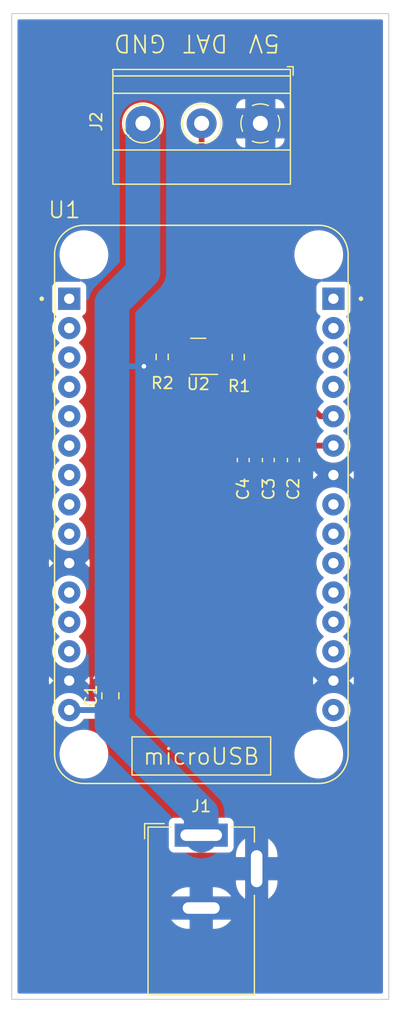
<source format=kicad_pcb>
(kicad_pcb (version 20211014) (generator pcbnew)
  (layers (0 "F.Cu" signal) (31 "B.Cu" signal) (34 "B.Paste" user) (35 "F.Paste" user) (36 "B.SilkS" user "B.Silkscreen") (37 "F.SilkS" user "F.Silkscreen") (38 "B.Mask" user) (39 "F.Mask" user) (44 "Edge.Cuts" user))
  (net 0 "")
  (net 1 "+5V")
  (net 2 "/LED_OUT_5V")
  (net 3 "GND")
  (net 4 "/LED_OUT_3.3V")
  (net 5 "+3.3V")
  (footprint "Capacitor_SMD:C_0603_1608Metric" (layer "F.Cu") (at 94.485 90.16 -90)
    (fp_text reference "C3" (at 2.5 -0.025 90) (layer "F.SilkS"))
    (fp_text value "Gen_C")
    (fp_line (start -0.14058 -0.51) (end 0.14058 -0.51) (layer "F.SilkS") (width 0.12))
    (fp_line (start -0.14058 0.51) (end 0.14058 0.51) (layer "F.SilkS") (width 0.12))
    (pad "1" smd roundrect (at -0.775 0 270) (size 0.9 0.95) (layers "F.Cu" "F.Paste" "F.Mask") (net 5 "+3.3V"))
    (pad "2" smd roundrect (at 0.775 0 270) (size 0.9 0.95) (layers "F.Cu" "F.Paste" "F.Mask") (net 3 "GND"))
  )
  (footprint "Connector_BarrelJack:BarrelJack_GCT_DCJ200-10-A_Horizontal" (layer "F.Cu") (at 88.68 122.59)
    (fp_text reference "J1" (at 0 -2.5) (layer "F.SilkS"))
    (fp_text value "BarrelJack_3")
    (fp_line (start -4.6 13.8) (end -4.6 -0.7) (layer "F.SilkS") (width 0.12))
    (fp_line (start 2.6 -0.7) (end 4.6 -0.7) (layer "F.SilkS") (width 0.12))
    (fp_line (start -4.6 -0.7) (end -2.6 -0.7) (layer "F.SilkS") (width 0.12))
    (fp_line (start -3.2 -1) (end -4.9 -1) (layer "F.SilkS") (width 0.12))
    (fp_line (start -4.9 -1) (end -4.9 0.3) (layer "F.SilkS") (width 0.12))
    (fp_line (start 4.6 13.8) (end -4.6 13.8) (layer "F.SilkS") (width 0.12))
    (fp_line (start 4.6 5.2) (end 4.6 13.8) (layer "F.SilkS") (width 0.12))
    (fp_line (start 4.6 -0.7) (end 4.6 0.6) (layer "F.SilkS") (width 0.12))
    (pad "1" thru_hole rect (at 0 0) (size 4.6 2) (drill oval 3.6 1) (layers *.Cu *.Mask) (net 1 "+5V"))
    (pad "2" thru_hole oval (at 0 6.3) (size 4.2 2) (drill oval 3.2 1) (layers *.Cu *.Mask) (net 3 "GND"))
    (pad "3" thru_hole oval (at 4.8 2.9) (size 2 4.2) (drill oval 1 3.2) (layers *.Cu *.Mask) (net 3 "GND"))
  )
  (footprint "Herranz - DevBoards:ESP8266-NodeMCU" (layer "F.Cu") (at 88.69 93.99)
    (fp_text reference "U1" (at -11.855 -25.45 180) (layer "F.SilkS") (effects (font (size 1.4 1.4))))
    (fp_text value "ESP8266_NODEMCU")
    (fp_text user "microUSB" (at 0 21.8 unlocked) (layer "F.SilkS") (effects (font (size 1.4 1.4))))
    (fp_line (start 10.16 24.13) (end -10.16 24.13) (layer "F.SilkS") (width 0.127))
    (fp_line (start -10.16 -24.13) (end 10.16 -24.13) (layer "F.SilkS") (width 0.127))
    (fp_line (start 12.7 -21.59) (end 12.7 21.59) (layer "F.SilkS") (width 0.127))
    (fp_line (start -12.7 21.59) (end -12.7 -21.59) (layer "F.SilkS") (width 0.127))
    (fp_rect (start -6 20.1) (end 6 23.4) (layer "F.SilkS") (width 0.12) (fill none))
    (fp_arc (start 10.16 -24.13) (mid 11.956051 -23.386051) (end 12.7 -21.59) (layer "F.SilkS") (width 0.127))
    (fp_arc (start -10.16 24.13) (mid -11.956051 23.386051) (end -12.7 21.59) (layer "F.SilkS") (width 0.127))
    (fp_arc (start 12.7 21.59) (mid 11.956051 23.386051) (end 10.16 24.13) (layer "F.SilkS") (width 0.127))
    (fp_arc (start -12.7 -21.59) (mid -11.956051 -23.386051) (end -10.16 -24.13) (layer "F.SilkS") (width 0.127))
    (fp_circle (center -13.81 -17.78) (end -13.71 -17.78) (layer "F.SilkS") (width 0.2) (fill none))
    (fp_circle (center 13.81 -17.78) (end 13.91 -17.78) (layer "F.SilkS") (width 0.2) (fill none))
    (pad "" np_thru_hole circle (at 10.16 21.59) (size 3.2 3.2) (drill 3.2) (layers *.Cu *.Mask))
    (pad "" np_thru_hole circle (at -10.16 -21.59) (size 3.2 3.2) (drill 3.2) (layers *.Cu *.Mask))
    (pad "" np_thru_hole circle (at 10.16 -21.59) (size 3.2 3.2) (drill 3.2) (layers *.Cu *.Mask))
    (pad "" np_thru_hole circle (at -10.16 21.59) (size 3.2 3.2) (drill 3.2) (layers *.Cu *.Mask))
    (pad "J1_1" thru_hole rect (at -11.43 -17.78) (size 1.93 1.93) (drill 0.889) (layers *.Cu *.Mask))
    (pad "J1_2" thru_hole circle (at -11.43 -15.24) (size 1.93 1.93) (drill 0.889) (layers *.Cu *.Mask))
    (pad "J1_3" thru_hole circle (at -11.43 -12.7) (size 1.93 1.93) (drill 0.889) (layers *.Cu *.Mask))
    (pad "J1_4" thru_hole circle (at -11.43 -10.16) (size 1.93 1.93) (drill 0.889) (layers *.Cu *.Mask))
    (pad "J1_5" thru_hole circle (at -11.43 -7.62) (size 1.93 1.93) (drill 0.889) (layers *.Cu *.Mask))
    (pad "J1_6" thru_hole circle (at -11.43 -5.08) (size 1.93 1.93) (drill 0.889) (layers *.Cu *.Mask))
    (pad "J1_7" thru_hole circle (at -11.43 -2.54) (size 1.93 1.93) (drill 0.889) (layers *.Cu *.Mask))
    (pad "J1_8" thru_hole circle (at -11.43 0) (size 1.93 1.93) (drill 0.889) (layers *.Cu *.Mask))
    (pad "J1_9" thru_hole circle (at -11.43 2.54) (size 1.93 1.93) (drill 0.889) (layers *.Cu *.Mask))
    (pad "J1_10" thru_hole circle (at -11.43 5.08) (size 1.93 1.93) (drill 0.889) (layers *.Cu *.Mask) (net 3 "GND"))
    (pad "J1_11" thru_hole circle (at -11.43 7.62) (size 1.93 1.93) (drill 0.889) (layers *.Cu *.Mask))
    (pad "J1_12" thru_hole circle (at -11.43 10.16) (size 1.93 1.93) (drill 0.889) (layers *.Cu *.Mask))
    (pad "J1_13" thru_hole circle (at -11.43 12.7) (size 1.93 1.93) (drill 0.889) (layers *.Cu *.Mask))
    (pad "J1_14" thru_hole circle (at -11.43 15.24) (size 1.93 1.93) (drill 0.889) (layers *.Cu *.Mask) (net 3 "GND"))
    (pad "J1_15" thru_hole circle (at -11.43 17.78) (size 1.93 1.93) (drill 0.889) (layers *.Cu *.Mask) (net 1 "+5V"))
    (pad "J2_1" thru_hole rect (at 11.43 -17.78) (size 1.93 1.93) (drill 0.889) (layers *.Cu *.Mask))
    (pad "J2_2" thru_hole circle (at 11.43 -15.24) (size 1.93 1.93) (drill 0.889) (layers *.Cu *.Mask))
    (pad "J2_3" thru_hole circle (at 11.43 -12.7) (size 1.93 1.93) (drill 0.889) (layers *.Cu *.Mask))
    (pad "J2_4" thru_hole circle (at 11.43 -10.16) (size 1.93 1.93) (drill 0.889) (layers *.Cu *.Mask))
    (pad "J2_5" thru_hole circle (at 11.43 -7.62) (size 1.93 1.93) (drill 0.889) (layers *.Cu *.Mask) (net 4 "/LED_OUT_3.3V"))
    (pad "J2_6" thru_hole circle (at 11.43 -5.08) (size 1.93 1.93) (drill 0.889) (layers *.Cu *.Mask) (net 5 "+3.3V"))
    (pad "J2_7" thru_hole circle (at 11.43 -2.54) (size 1.93 1.93) (drill 0.889) (layers *.Cu *.Mask) (net 3 "GND"))
    (pad "J2_8" thru_hole circle (at 11.43 0) (size 1.93 1.93) (drill 0.889) (layers *.Cu *.Mask))
    (pad "J2_9" thru_hole circle (at 11.43 2.54) (size 1.93 1.93) (drill 0.889) (layers *.Cu *.Mask))
    (pad "J2_10" thru_hole circle (at 11.43 5.08) (size 1.93 1.93) (drill 0.889) (layers *.Cu *.Mask))
    (pad "J2_11" thru_hole circle (at 11.43 7.62) (size 1.93 1.93) (drill 0.889) (layers *.Cu *.Mask))
    (pad "J2_12" thru_hole circle (at 11.43 10.16) (size 1.93 1.93) (drill 0.889) (layers *.Cu *.Mask))
    (pad "J2_13" thru_hole circle (at 11.43 12.7) (size 1.93 1.93) (drill 0.889) (layers *.Cu *.Mask))
    (pad "J2_14" thru_hole circle (at 11.43 15.24) (size 1.93 1.93) (drill 0.889) (layers *.Cu *.Mask) (net 3 "GND"))
    (pad "J2_15" thru_hole circle (at 11.43 17.78) (size 1.93 1.93) (drill 0.889) (layers *.Cu *.Mask))
  )
  (footprint "Capacitor_SMD:C_0805_2012Metric" (layer "F.Cu") (at 80.82 110.54 90)
    (fp_text reference "C1" (at 0 -1.68 90) (layer "F.SilkS"))
    (fp_text value "Gen_C")
    (fp_line (start -0.261252 0.735) (end 0.261252 0.735) (layer "F.SilkS") (width 0.12))
    (fp_line (start -0.261252 -0.735) (end 0.261252 -0.735) (layer "F.SilkS") (width 0.12))
    (pad "1" smd roundrect (at -0.95 0 90) (size 1 1.45) (layers "F.Cu" "F.Paste" "F.Mask") (net 1 "+5V"))
    (pad "2" smd roundrect (at 0.95 0 90) (size 1 1.45) (layers "F.Cu" "F.Paste" "F.Mask") (net 3 "GND"))
  )
  (footprint "Capacitor_SMD:C_0603_1608Metric" (layer "F.Cu") (at 92.32 90.16 -90)
    (fp_text reference "C4" (at 2.5 0.02 90) (layer "F.SilkS"))
    (fp_text value "Gen_C")
    (fp_line (start -0.14058 -0.51) (end 0.14058 -0.51) (layer "F.SilkS") (width 0.12))
    (fp_line (start -0.14058 0.51) (end 0.14058 0.51) (layer "F.SilkS") (width 0.12))
    (pad "1" smd roundrect (at -0.775 0 270) (size 0.9 0.95) (layers "F.Cu" "F.Paste" "F.Mask") (net 5 "+3.3V"))
    (pad "2" smd roundrect (at 0.775 0 270) (size 0.9 0.95) (layers "F.Cu" "F.Paste" "F.Mask") (net 3 "GND"))
  )
  (footprint "Resistor_SMD:R_0603_1608Metric" (layer "F.Cu") (at 91.8825 81.26 -90)
    (fp_text reference "R1" (at 2.5 -0.08 180) (layer "F.SilkS"))
    (fp_text value "10K")
    (fp_line (start -0.237258 0.5225) (end 0.237258 0.5225) (layer "F.SilkS") (width 0.12))
    (fp_line (start -0.237258 -0.5225) (end 0.237258 -0.5225) (layer "F.SilkS") (width 0.12))
    (pad "1" smd roundrect (at -0.825 0 270) (size 0.8 0.95) (layers "F.Cu" "F.Paste" "F.Mask") (net 4 "/LED_OUT_3.3V"))
    (pad "2" smd roundrect (at 0.825 0 270) (size 0.8 0.95) (layers "F.Cu" "F.Paste" "F.Mask") (net 5 "+3.3V"))
  )
  (footprint "Package_TO_SOT_SMD:SOT-23" (layer "F.Cu") (at 88.4225 81.19 180)
    (fp_text reference "U2" (at 0 -2.4) (layer "F.SilkS"))
    (fp_text value "BSS138")
    (fp_line (start 0 -1.56) (end -1.675 -1.56) (layer "F.SilkS") (width 0.12))
    (fp_line (start 0 1.56) (end -0.65 1.56) (layer "F.SilkS") (width 0.12))
    (fp_line (start 0 1.56) (end 0.65 1.56) (layer "F.SilkS") (width 0.12))
    (fp_line (start 0 -1.56) (end 0.65 -1.56) (layer "F.SilkS") (width 0.12))
    (pad "1" smd roundrect (at -0.9375 -0.95 180) (size 1.475 0.6) (layers "F.Cu" "F.Paste" "F.Mask") (net 5 "+3.3V"))
    (pad "2" smd roundrect (at -0.9375 0.95 180) (size 1.475 0.6) (layers "F.Cu" "F.Paste" "F.Mask") (net 4 "/LED_OUT_3.3V"))
    (pad "3" smd roundrect (at 0.9375 0 180) (size 1.475 0.6) (layers "F.Cu" "F.Paste" "F.Mask") (net 2 "/LED_OUT_5V"))
  )
  (footprint "TerminalBlock_Phoenix:TerminalBlock_Phoenix_MKDS-1,5-3-5.08_1x03_P5.08mm_Horizontal" (layer "F.Cu") (at 93.795 61.045 180)
    (fp_text reference "J2" (at 14.195 0.155 90) (layer "F.SilkS"))
    (fp_text value "Conn1x3")
    (fp_line (start 3.853 1.023) (end 3.806 1.069) (layer "F.SilkS") (width 0.12))
    (fp_line (start -2.84 4.16) (end -2.84 4.9) (layer "F.SilkS") (width 0.12))
    (fp_line (start 6.355 -1.069) (end 6.308 -1.023) (layer "F.SilkS") (width 0.12))
    (fp_line (start -2.6 -2.301) (end 12.76 -2.301) (layer "F.SilkS") (width 0.12))
    (fp_line (start -2.84 4.9) (end -2.34 4.9) (layer "F.SilkS") (width 0.12))
    (fp_line (start 11.23 -1.275) (end 11.195 -1.239) (layer "F.SilkS") (width 0.12))
    (fp_line (start 12.76 -5.261) (end 12.76 4.66) (layer "F.SilkS") (width 0.12))
    (fp_line (start -2.6 4.1) (end 12.76 4.1) (layer "F.SilkS") (width 0.12))
    (fp_line (start 8.933 1.023) (end 8.886 1.069) (layer "F.SilkS") (width 0.12))
    (fp_line (start -2.6 4.66) (end 12.76 4.66) (layer "F.SilkS") (width 0.12))
    (fp_line (start 6.15 -1.275) (end 6.115 -1.239) (layer "F.SilkS") (width 0.12))
    (fp_line (start 9.126 1.239) (end 9.091 1.274) (layer "F.SilkS") (width 0.12))
    (fp_line (start -2.6 -5.261) (end -2.6 4.66) (layer "F.SilkS") (width 0.12))
    (fp_line (start -2.6 2.6) (end 12.76 2.6) (layer "F.SilkS") (width 0.12))
    (fp_line (start 4.046 1.239) (end 4.011 1.274) (layer "F.SilkS") (width 0.12))
    (fp_line (start -2.6 -5.261) (end 12.76 -5.261) (layer "F.SilkS") (width 0.12))
    (fp_line (start 11.435 -1.069) (end 11.388 -1.023) (layer "F.SilkS") (width 0.12))
    (fp_arc (start 0.683318 1.534756) (mid 0.349292 1.643288) (end 0 1.68) (layer "F.SilkS") (width 0.12))
    (fp_arc (start -0.683042 -1.535427) (mid 0.000524 -1.680501) (end 0.684 -1.535) (layer "F.SilkS") (width 0.12))
    (fp_arc (start 0.028805 1.680253) (mid -0.335551 1.646659) (end -0.684 1.535) (layer "F.SilkS") (width 0.12))
    (fp_arc (start 1.535427 -0.683042) (mid 1.680501 0.000524) (end 1.535 0.684) (layer "F.SilkS") (width 0.12))
    (fp_arc (start -1.535427 0.683042) (mid -1.680501 -0.000524) (end -1.535 -0.684) (layer "F.SilkS") (width 0.12))
    (fp_circle (center 10.16 0) (end 11.84 0) (layer "F.SilkS") (width 0.12) (fill none))
    (fp_circle (center 5.08 0) (end 6.76 0) (layer "F.SilkS") (width 0.12) (fill none))
    (pad "1" thru_hole rect (at 0 0 180) (size 2.6 2.6) (drill 1.3) (layers *.Cu *.Mask) (net 3 "GND"))
    (pad "2" thru_hole circle (at 5.08 0 180) (size 2.6 2.6) (drill 1.3) (layers *.Cu *.Mask) (net 2 "/LED_OUT_5V"))
    (pad "3" thru_hole circle (at 10.16 0 180) (size 2.6 2.6) (drill 1.3) (layers *.Cu *.Mask) (net 1 "+5V"))
  )
  (footprint "Capacitor_SMD:C_0603_1608Metric" (layer "F.Cu") (at 96.65 90.16 -90)
    (fp_text reference "C2" (at 2.5 0 90) (layer "F.SilkS"))
    (fp_text value "Gen_C")
    (fp_line (start -0.14058 0.51) (end 0.14058 0.51) (layer "F.SilkS") (width 0.12))
    (fp_line (start -0.14058 -0.51) (end 0.14058 -0.51) (layer "F.SilkS") (width 0.12))
    (pad "1" smd roundrect (at -0.775 0 270) (size 0.9 0.95) (layers "F.Cu" "F.Paste" "F.Mask") (net 5 "+3.3V"))
    (pad "2" smd roundrect (at 0.775 0 270) (size 0.9 0.95) (layers "F.Cu" "F.Paste" "F.Mask") (net 3 "GND"))
  )
  (footprint "Resistor_SMD:R_0603_1608Metric" (layer "F.Cu") (at 85.3025 81.24 -90)
    (fp_text reference "R2" (at 2.26 -0.02) (layer "F.SilkS"))
    (fp_text value "10K")
    (fp_line (start -0.237258 -0.5225) (end 0.237258 -0.5225) (layer "F.SilkS") (width 0.12))
    (fp_line (start -0.237258 0.5225) (end 0.237258 0.5225) (layer "F.SilkS") (width 0.12))
    (pad "1" smd roundrect (at -0.825 0 270) (size 0.8 0.95) (layers "F.Cu" "F.Paste" "F.Mask") (net 2 "/LED_OUT_5V"))
    (pad "2" smd roundrect (at 0.825 0 270) (size 0.8 0.95) (layers "F.Cu" "F.Paste" "F.Mask") (net 1 "+5V"))
  )
  (gr_rect (start 72.28 136.79) (end 104.91 51.55) (layer "Edge.Cuts") (width 0.1) (fill none))
  (gr_text "5V" (at 94.13 54.12 180) (layer "F.SilkS") (effects (font (size 1.5 1.5))))
  (gr_text "GND" (at 83.39 54.12 180) (layer "F.SilkS") (effects (font (size 1.5 1.5))))
  (gr_text "DAT" (at 89.039286 54.12 180) (layer "F.SilkS") (effects (font (size 1.5 1.5))))
  (segment (start 77.26 111.77) (end 80.54 111.77) (width 0.5) (layer "F.Cu") (net 1))
  (segment (start 83.735 82.065) (end 83.72 82.05) (width 0.5) (layer "F.Cu") (net 1))
  (segment (start 80.54 111.77) (end 80.82 111.49) (width 0.5) (layer "F.Cu") (net 1))
  (segment (start 85.3025 82.065) (end 83.735 82.065) (width 0.5) (layer "F.Cu") (net 1))
  (via (at 83.72 82.05) (size 0.8) (drill 0.4) (layers "F.Cu" "B.Cu") (net 1))
  (segment (start 80.96 82.07) (end 80.96 76.57) (width 3) (layer "B.Cu") (net 1))
  (segment (start 83.635 73.895) (end 83.635 61.045) (width 3) (layer "B.Cu") (net 1))
  (segment (start 88.68 122.59) (end 88.68 120.73) (width 3) (layer "B.Cu") (net 1))
  (segment (start 80.98 82.05) (end 80.96 82.07) (width 0.5) (layer "B.Cu") (net 1))
  (segment (start 80.96 76.57) (end 83.635 73.895) (width 3) (layer "B.Cu") (net 1))
  (segment (start 79.72 111.77) (end 80.96 113.01) (width 0.5) (layer "B.Cu") (net 1))
  (segment (start 80.96 113.01) (end 80.96 82.07) (width 3) (layer "B.Cu") (net 1))
  (segment (start 83.72 82.05) (end 80.98 82.05) (width 0.5) (layer "B.Cu") (net 1))
  (segment (start 77.26 111.77) (end 79.72 111.77) (width 0.5) (layer "B.Cu") (net 1))
  (segment (start 88.68 120.73) (end 80.96 113.01) (width 3) (layer "B.Cu") (net 1))
  (segment (start 86.71 80.415) (end 85.3025 80.415) (width 0.5) (layer "F.Cu") (net 2))
  (segment (start 88.715 73.515) (end 88.715 61.045) (width 0.5) (layer "F.Cu") (net 2))
  (segment (start 86.71 75.52) (end 88.715 73.515) (width 0.5) (layer "F.Cu") (net 2))
  (segment (start 87.485 81.19) (end 86.71 80.415) (width 0.5) (layer "F.Cu") (net 2))
  (segment (start 86.71 80.415) (end 86.71 75.52) (width 0.5) (layer "F.Cu") (net 2))
  (segment (start 98.99 86.37) (end 93.055 80.435) (width 0.5) (layer "F.Cu") (net 4))
  (segment (start 89.36 80.24) (end 91.6875 80.24) (width 0.5) (layer "F.Cu") (net 4))
  (segment (start 100.12 86.37) (end 98.99 86.37) (width 0.5) (layer "F.Cu") (net 4))
  (segment (start 93.055 80.435) (end 91.8825 80.435) (width 0.5) (layer "F.Cu") (net 4))
  (segment (start 91.6875 80.24) (end 91.8825 80.435) (width 0.5) (layer "F.Cu") (net 4))
  (segment (start 97.165 88.91) (end 96.65 89.425) (width 0.5) (layer "F.Cu") (net 5))
  (segment (start 91.8275 82.14) (end 91.8825 82.085) (width 0.5) (layer "F.Cu") (net 5))
  (segment (start 91.8825 82.085) (end 91.8825 84.3225) (width 0.5) (layer "F.Cu") (net 5))
  (segment (start 92.32 89.385) (end 96.65 89.385) (width 0.5) (layer "F.Cu") (net 5))
  (segment (start 91.8825 84.3225) (end 94.485 86.925) (width 0.5) (layer "F.Cu") (net 5))
  (segment (start 89.36 82.14) (end 91.8275 82.14) (width 0.5) (layer "F.Cu") (net 5))
  (segment (start 100.12 88.91) (end 97.165 88.91) (width 0.5) (layer "F.Cu") (net 5))
  (segment (start 94.485 86.925) (end 94.485 89.385) (width 0.5) (layer "F.Cu") (net 5))
  (zone (net 3) (net_name "GND") (layers F&B.Cu) (name "poly_gnd") (connect_pads (clearance 0.508)) (min_thickness 0.254) (fill yes (thermal_gap 0.8) (thermal_bridge_width 8))
    (polygon (pts (xy 105.98 138) (xy 71.27 138) (xy 71.27 50.38) (xy 105.98 50.38)))
  )
)
</source>
